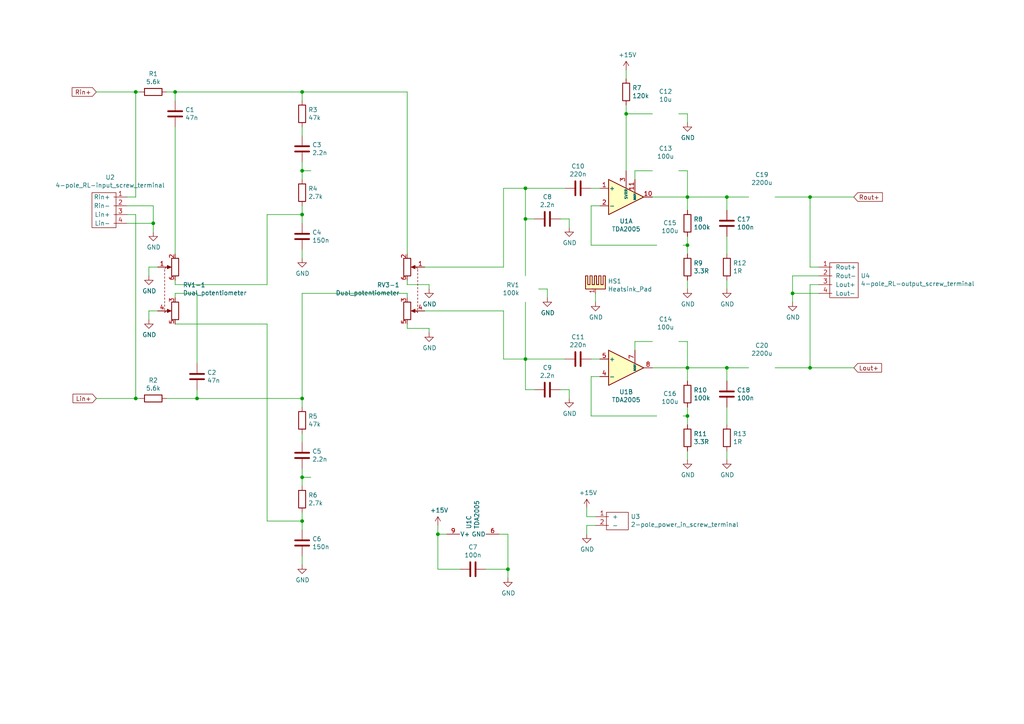
<source format=kicad_sch>
(kicad_sch (version 20211123) (generator eeschema)
  (paper "A4")
  (lib_symbols
    (symbol "Amplifier_Audio:TDA2005" (pin_names (offset 0.127))
      (property "Reference" "U" (at 7.62 6.35 0))
      (property "Value" "TDA2005" (at 7.62 3.81 0))
      (symbol "TDA2005_1_1"
        (polyline (pts (xy -5.08 5.08) (xy 5.08 0) (xy -5.08 -5.08) (xy -5.08 5.08)) (stroke (width 0.254)) (fill (type background)))
        (pin input line (at -7.62 2.54 0) (length 2.54) (name "+") (number "1"))
        (pin output line (at 7.62 0 180) (length 2.54) (name "~") (number "10"))
        (pin passive line (at 2.54 5.08 270) (length 3.81) (name "BOOT") (number "11"))
        (pin input line (at -7.62 -2.54 0) (length 2.54) (name "-") (number "2"))
        (pin passive line (at 0 7.62 270) (length 5.08) (name "SVRR") (number "3"))
      )
      (symbol "TDA2005_2_1"
        (polyline (pts (xy -5.08 5.08) (xy 5.08 0) (xy -5.08 -5.08) (xy -5.08 5.08)) (stroke (width 0.254)) (fill (type background)))
        (pin input line (at -7.62 -2.54 0) (length 2.54) (name "-") (number "4"))
        (pin input line (at -7.62 2.54 0) (length 2.54) (name "+") (number "5"))
        (pin passive line (at 2.54 5.08 270) (length 3.81) (name "BOOT") (number "7"))
        (pin output line (at 7.62 0 180) (length 2.54) (name "~") (number "8"))
      )
      (symbol "TDA2005_3_1"
        (pin power_in line (at -2.54 -7.62 90) (length 3.81) (name "GND") (number "6"))
        (pin power_in line (at -2.54 7.62 270) (length 3.81) (name "V+") (number "9"))
      )
    )
    (symbol "Device:C" (pin_numbers hide) (pin_names (offset 0.254))
      (property "Reference" "C" (at 0.635 2.54 0))
      (property "Value" "C" (at 0.635 -2.54 0))
      (symbol "C_0_1"
        (polyline (pts (xy -2.032 -0.762) (xy 2.032 -0.762)) (stroke (width 0.508)))
        (polyline (pts (xy -2.032 0.762) (xy 2.032 0.762)) (stroke (width 0.508)))
      )
      (symbol "C_1_1"
        (pin passive line (at 0 3.81 270) (length 2.794) (name "~") (number "1"))
        (pin passive line (at 0 -3.81 90) (length 2.794) (name "~") (number "2"))
      )
    )
    (symbol "Device:R" (pin_numbers hide) (pin_names (offset 0))
      (property "Reference" "R" (at 2.032 0 90))
      (property "Value" "R" (at 0 0 90))
      (symbol "R_0_1"
        (rectangle (start -1.016 -2.54) (end 1.016 2.54) (stroke (width 0.254)))
      )
      (symbol "R_1_1"
        (pin passive line (at 0 3.81 270) (length 1.27) (name "~") (number "1"))
        (pin passive line (at 0 -3.81 90) (length 1.27) (name "~") (number "2"))
      )
    )
    (symbol "Mechanical:Heatsink_Pad" (pin_names (offset 0))
      (property "Reference" "HS" (at 0 5.715 0))
      (property "Value" "Heatsink_Pad" (at 0 3.81 0))
      (symbol "Heatsink_Pad_0_1"
        (polyline (pts (xy -0.3302 0) (xy -0.9652 0) (xy -0.9652 2.54) (xy -1.6002 2.54) (xy -1.6002 0) (xy -2.2352 0) (xy -2.2352 2.54) (xy -2.8702 2.54) (xy -2.8702 -1.27) (xy -0.9652 -1.27)) (stroke (width 0.254)) (fill (type background)))
        (polyline (pts (xy -0.3302 0) (xy -0.3302 2.54) (xy 0.3048 2.54) (xy 0.3048 0) (xy 0.9398 0) (xy 0.9398 2.54) (xy 1.5748 2.54) (xy 1.5748 0) (xy 2.2098 0) (xy 2.2098 2.54) (xy 2.8448 2.54) (xy 2.8448 -1.27) (xy -0.9652 -1.27)) (stroke (width 0.254)) (fill (type background)))
      )
      (symbol "Heatsink_Pad_1_1"
        (pin passive line (at 0 -2.54 90) (length 1.27) (name "~") (number "1"))
      )
    )
    (symbol "My_Parts:2-pole_power_in_screw_terminal" (pin_names (offset 1.016))
      (property "Reference" "U" (at 4.445 3.175 0))
      (property "Value" "2-pole_power_in_screw_terminal" (at 6.35 -5.715 0))
      (symbol "2-pole_power_in_screw_terminal_0_1"
        (rectangle (start 3.175 1.27) (end 9.525 -3.81))
      )
      (symbol "2-pole_power_in_screw_terminal_1_1"
        (pin power_in line (at 0 0 0) (length 3.81) (name "+") (number "1"))
        (pin power_in line (at 0 -2.54 0) (length 3.81) (name "-") (number "2"))
      )
    )
    (symbol "My_Parts:4-pole_RL-input_screw_terminal" (pin_names (offset 1.016))
      (property "Reference" "U" (at 4.445 3.175 0))
      (property "Value" "4-pole_RL-input_screw_terminal" (at 6.35 -10.795 0))
      (symbol "4-pole_RL-input_screw_terminal_0_1"
        (rectangle (start 3.175 1.27) (end 10.16 -8.89))
      )
      (symbol "4-pole_RL-input_screw_terminal_1_1"
        (pin input line (at 0 0 0) (length 3.81) (name "Rin+") (number "1"))
        (pin input line (at 0 -2.54 0) (length 3.81) (name "Rin-") (number "2"))
        (pin input line (at 0 -5.08 0) (length 3.81) (name "Lin+") (number "3"))
        (pin input line (at 0 -7.62 0) (length 3.81) (name "Lin-") (number "4"))
      )
    )
    (symbol "My_Parts:4-pole_RL-output_screw_terminal" (pin_names (offset 1.016))
      (property "Reference" "U" (at 4.445 3.175 0))
      (property "Value" "4-pole_RL-output_screw_terminal" (at 6.35 -10.795 0))
      (symbol "4-pole_RL-output_screw_terminal_0_1"
        (rectangle (start 3.175 1.27) (end 11.43 -8.89))
      )
      (symbol "4-pole_RL-output_screw_terminal_1_1"
        (pin output line (at 0 0 0) (length 3.81) (name "Rout+") (number "1"))
        (pin output line (at 0 -2.54 0) (length 3.81) (name "Rout-") (number "2"))
        (pin output line (at 0 -5.08 0) (length 3.81) (name "Lout+") (number "3"))
        (pin output line (at 0 -7.62 0) (length 3.81) (name "Lout-") (number "4"))
      )
    )
    (symbol "My_Parts:Dual_potentiometer" (pin_names (offset 1.016) hide)
      (property "Reference" "RV" (at 0 3.81 0))
      (property "Value" "Dual_potentiometer" (at 0 1.905 0))
      (symbol "Dual_potentiometer_0_1"
        (rectangle (start -8.89 -1.524) (end -3.81 -3.556) (stroke (width 0.254)))
        (polyline (pts (xy -6.35 0) (xy -6.35 -1.016)))
        (polyline (pts (xy -6.35 0) (xy -6.35 -1.016)))
        (polyline (pts (xy -6.35 0) (xy -5.842 0.508)))
        (polyline (pts (xy -5.588 0.508) (xy -5.08 0.508)))
        (polyline (pts (xy -4.572 0.508) (xy -4.064 0.508)))
        (polyline (pts (xy -3.556 0.508) (xy -3.048 0.508)))
        (polyline (pts (xy -2.54 0.508) (xy -2.032 0.508)))
        (polyline (pts (xy -1.524 0.508) (xy -1.016 0.508)))
        (polyline (pts (xy -0.508 0.508) (xy 0 0.508)))
        (polyline (pts (xy 0.508 0.508) (xy 1.016 0.508)))
        (polyline (pts (xy 1.524 0.508) (xy 2.032 0.508)))
        (polyline (pts (xy 2.54 0.508) (xy 3.048 0.508)))
        (polyline (pts (xy 3.556 0.508) (xy 4.064 0.508)))
        (polyline (pts (xy 4.572 0.508) (xy 5.08 0.508)))
        (polyline (pts (xy 5.588 0.508) (xy 6.096 0.508)))
        (polyline (pts (xy 6.35 0) (xy 6.35 -1.016)))
        (polyline (pts (xy 6.35 0) (xy 6.35 -1.016)))
        (polyline (pts (xy 6.604 0.508) (xy 6.858 0.508) (xy 6.35 0)))
        (polyline (pts (xy -6.35 -1.397) (xy -6.858 -0.254) (xy -5.842 -0.254) (xy -6.35 -1.397)) (fill (type outline)))
        (polyline (pts (xy 6.35 -1.397) (xy 5.842 -0.254) (xy 6.858 -0.254) (xy 6.35 -1.397)) (fill (type outline)))
        (rectangle (start 3.81 -1.524) (end 8.89 -3.556) (stroke (width 0.254)))
      )
      (symbol "Dual_potentiometer_1_1"
        (pin passive line (at -6.35 2.54 270) (length 2.54) (name "2") (number "1"))
        (pin passive line (at -10.16 -2.54 0) (length 1.27) (name "1") (number "2"))
        (pin passive line (at 2.54 -2.54 0) (length 1.27) (name "4") (number "3"))
        (pin passive line (at 6.35 2.54 270) (length 2.54) (name "5") (number "4"))
        (pin passive line (at 10.16 -2.54 180) (length 1.27) (name "6") (number "5"))
        (pin passive line (at -2.54 -2.54 180) (length 1.27) (name "3") (number "6"))
      )
    )
    (symbol "power:+15V" (power) (pin_names (offset 0))
      (property "Value" "+15V" (at 0 3.556 0))
      (symbol "+15V_0_1"
        (polyline (pts (xy -0.762 1.27) (xy 0 2.54)))
        (polyline (pts (xy 0 0) (xy 0 2.54)))
        (polyline (pts (xy 0 2.54) (xy 0.762 1.27)))
      )
      (symbol "+15V_1_1"
        (pin power_in line (at 0 0 90) (length 0) hide (name "+15V") (number "1"))
      )
    )
    (symbol "power:GND" (power) (pin_names (offset 0))
      (property "Value" "GND" (at 0 -3.81 0))
      (symbol "GND_0_1"
        (polyline (pts (xy 0 0) (xy 0 -1.27) (xy 1.27 -1.27) (xy 0 -2.54) (xy -1.27 -1.27) (xy 0 -1.27)))
      )
      (symbol "GND_1_1"
        (pin power_in line (at 0 0 270) (length 0) hide (name "GND") (number "1"))
      )
    )
  )
  (junction (at 87.63 138.43))
  (junction (at 229.87 85.09))
  (junction (at 147.32 165.1))
  (junction (at 234.95 57.15))
  (junction (at 234.95 106.68))
  (junction (at 39.37 26.67))
  (junction (at 127 154.94))
  (junction (at 87.63 115.57))
  (junction (at 39.37 115.57))
  (junction (at 199.39 120.65))
  (junction (at 199.39 57.15))
  (junction (at 181.61 33.02))
  (junction (at 57.15 115.57))
  (junction (at 44.45 64.77))
  (junction (at 199.39 106.68))
  (junction (at 152.4 104.14))
  (junction (at 152.4 54.61))
  (junction (at 210.82 106.68))
  (junction (at 152.4 63.5))
  (junction (at 87.63 151.13))
  (junction (at 199.39 71.12))
  (junction (at 87.63 62.23))
  (junction (at 87.63 26.67))
  (junction (at 87.63 49.53))
  (junction (at 50.8 26.67))
  (junction (at 210.82 57.15))
  (wire (pts (xy 199.39 123.19) (xy 199.39 120.65)))
  (wire (pts (xy 87.63 49.53) (xy 90.17 49.53)))
  (wire (pts (xy 181.61 33.02) (xy 181.61 49.53)))
  (wire (pts (xy 199.39 99.06) (xy 199.39 106.68)))
  (wire (pts (xy 181.61 30.48) (xy 181.61 33.02)))
  (wire (pts (xy 44.45 59.69) (xy 36.83 59.69)))
  (wire (pts (xy 87.63 62.23) (xy 87.63 64.77)))
  (wire (pts (xy 129.54 154.94) (xy 127 154.94)))
  (wire (pts (xy 217.17 106.68) (xy 210.82 106.68)))
  (wire (pts (xy 173.99 54.61) (xy 171.45 54.61)))
  (wire (pts (xy 118.11 95.25) (xy 118.11 93.98)))
  (wire (pts (xy 196.85 99.06) (xy 199.39 99.06)))
  (wire (pts (xy 36.83 64.77) (xy 44.45 64.77)))
  (wire (pts (xy 210.82 81.28) (xy 210.82 83.82)))
  (wire (pts (xy 146.05 90.17) (xy 146.05 104.14)))
  (wire (pts (xy 190.5 120.65) (xy 171.45 120.65)))
  (wire (pts (xy 87.63 85.09) (xy 118.11 85.09)))
  (wire (pts (xy 199.39 57.15) (xy 189.23 57.15)))
  (wire (pts (xy 39.37 115.57) (xy 27.94 115.57)))
  (wire (pts (xy 165.1 113.03) (xy 162.56 113.03)))
  (wire (pts (xy 152.4 54.61) (xy 163.83 54.61)))
  (wire (pts (xy 199.39 120.65) (xy 198.12 120.65)))
  (wire (pts (xy 50.8 85.09) (xy 57.15 85.09)))
  (wire (pts (xy 229.87 85.09) (xy 229.87 80.01)))
  (wire (pts (xy 50.8 26.67) (xy 50.8 29.21)))
  (wire (pts (xy 237.49 85.09) (xy 229.87 85.09)))
  (wire (pts (xy 57.15 113.03) (xy 57.15 115.57)))
  (wire (pts (xy 147.32 167.64) (xy 147.32 165.1)))
  (wire (pts (xy 247.65 57.15) (xy 234.95 57.15)))
  (wire (pts (xy 50.8 81.28) (xy 50.8 82.55)))
  (wire (pts (xy 190.5 71.12) (xy 171.45 71.12)))
  (wire (pts (xy 163.83 104.14) (xy 152.4 104.14)))
  (wire (pts (xy 87.63 72.39) (xy 87.63 74.93)))
  (wire (pts (xy 127 154.94) (xy 127 152.4)))
  (wire (pts (xy 189.23 33.02) (xy 181.61 33.02)))
  (wire (pts (xy 154.94 113.03) (xy 152.4 113.03)))
  (wire (pts (xy 173.99 104.14) (xy 171.45 104.14)))
  (wire (pts (xy 234.95 57.15) (xy 224.79 57.15)))
  (wire (pts (xy 171.45 59.69) (xy 173.99 59.69)))
  (wire (pts (xy 199.39 68.58) (xy 199.39 71.12)))
  (wire (pts (xy 184.15 49.53) (xy 184.15 52.07)))
  (wire (pts (xy 127 165.1) (xy 133.35 165.1)))
  (wire (pts (xy 43.18 77.47) (xy 43.18 80.01)))
  (wire (pts (xy 87.63 36.83) (xy 87.63 39.37)))
  (wire (pts (xy 45.72 77.47) (xy 43.18 77.47)))
  (wire (pts (xy 87.63 151.13) (xy 87.63 153.67)))
  (wire (pts (xy 146.05 104.14) (xy 152.4 104.14)))
  (wire (pts (xy 39.37 26.67) (xy 27.94 26.67)))
  (wire (pts (xy 229.87 80.01) (xy 237.49 80.01)))
  (wire (pts (xy 50.8 73.66) (xy 50.8 36.83)))
  (wire (pts (xy 36.83 57.15) (xy 39.37 57.15)))
  (wire (pts (xy 146.05 77.47) (xy 146.05 54.61)))
  (wire (pts (xy 87.63 26.67) (xy 50.8 26.67)))
  (wire (pts (xy 199.39 130.81) (xy 199.39 133.35)))
  (wire (pts (xy 199.39 33.02) (xy 196.85 33.02)))
  (wire (pts (xy 50.8 86.36) (xy 50.8 85.09)))
  (wire (pts (xy 124.46 95.25) (xy 124.46 96.52)))
  (wire (pts (xy 147.32 154.94) (xy 147.32 165.1)))
  (wire (pts (xy 87.63 135.89) (xy 87.63 138.43)))
  (wire (pts (xy 87.63 46.99) (xy 87.63 49.53)))
  (wire (pts (xy 199.39 35.56) (xy 199.39 33.02)))
  (wire (pts (xy 147.32 165.1) (xy 140.97 165.1)))
  (wire (pts (xy 210.82 118.11) (xy 210.82 123.19)))
  (wire (pts (xy 50.8 82.55) (xy 77.47 82.55)))
  (wire (pts (xy 170.18 149.86) (xy 170.18 147.32)))
  (wire (pts (xy 229.87 87.63) (xy 229.87 85.09)))
  (wire (pts (xy 87.63 115.57) (xy 87.63 118.11)))
  (wire (pts (xy 237.49 82.55) (xy 234.95 82.55)))
  (wire (pts (xy 154.94 63.5) (xy 152.4 63.5)))
  (wire (pts (xy 171.45 71.12) (xy 171.45 59.69)))
  (wire (pts (xy 87.63 85.09) (xy 87.63 115.57)))
  (wire (pts (xy 165.1 63.5) (xy 162.56 63.5)))
  (wire (pts (xy 171.45 109.22) (xy 173.99 109.22)))
  (wire (pts (xy 124.46 95.25) (xy 118.11 95.25)))
  (wire (pts (xy 199.39 57.15) (xy 210.82 57.15)))
  (wire (pts (xy 189.23 49.53) (xy 184.15 49.53)))
  (wire (pts (xy 170.18 152.4) (xy 170.18 154.94)))
  (wire (pts (xy 189.23 99.06) (xy 184.15 99.06)))
  (wire (pts (xy 118.11 81.28) (xy 118.11 82.55)))
  (wire (pts (xy 123.19 90.17) (xy 146.05 90.17)))
  (wire (pts (xy 199.39 106.68) (xy 210.82 106.68)))
  (wire (pts (xy 234.95 106.68) (xy 247.65 106.68)))
  (wire (pts (xy 199.39 60.96) (xy 199.39 57.15)))
  (wire (pts (xy 234.95 77.47) (xy 234.95 57.15)))
  (wire (pts (xy 210.82 130.81) (xy 210.82 133.35)))
  (wire (pts (xy 199.39 81.28) (xy 199.39 83.82)))
  (wire (pts (xy 40.64 26.67) (xy 39.37 26.67)))
  (wire (pts (xy 57.15 85.09) (xy 57.15 105.41)))
  (wire (pts (xy 152.4 63.5) (xy 152.4 54.61)))
  (wire (pts (xy 118.11 73.66) (xy 118.11 26.67)))
  (wire (pts (xy 87.63 59.69) (xy 87.63 62.23)))
  (wire (pts (xy 87.63 161.29) (xy 87.63 163.83)))
  (wire (pts (xy 152.4 80.01) (xy 152.4 63.5)))
  (wire (pts (xy 118.11 86.36) (xy 118.11 85.09)))
  (wire (pts (xy 87.63 138.43) (xy 90.17 138.43)))
  (wire (pts (xy 234.95 82.55) (xy 234.95 106.68)))
  (wire (pts (xy 77.47 151.13) (xy 87.63 151.13)))
  (wire (pts (xy 146.05 54.61) (xy 152.4 54.61)))
  (wire (pts (xy 156.21 83.82) (xy 158.75 83.82)))
  (wire (pts (xy 87.63 148.59) (xy 87.63 151.13)))
  (wire (pts (xy 210.82 57.15) (xy 210.82 60.96)))
  (wire (pts (xy 237.49 77.47) (xy 234.95 77.47)))
  (wire (pts (xy 127 154.94) (xy 127 165.1)))
  (wire (pts (xy 144.78 154.94) (xy 147.32 154.94)))
  (wire (pts (xy 77.47 62.23) (xy 87.63 62.23)))
  (wire (pts (xy 39.37 62.23) (xy 39.37 115.57)))
  (wire (pts (xy 123.19 77.47) (xy 146.05 77.47)))
  (wire (pts (xy 172.72 149.86) (xy 170.18 149.86)))
  (wire (pts (xy 158.75 83.82) (xy 158.75 86.36)))
  (wire (pts (xy 44.45 64.77) (xy 44.45 59.69)))
  (wire (pts (xy 199.39 71.12) (xy 198.12 71.12)))
  (wire (pts (xy 87.63 26.67) (xy 87.63 29.21)))
  (wire (pts (xy 199.39 106.68) (xy 189.23 106.68)))
  (wire (pts (xy 40.64 115.57) (xy 39.37 115.57)))
  (wire (pts (xy 57.15 115.57) (xy 48.26 115.57)))
  (wire (pts (xy 199.39 118.11) (xy 199.39 120.65)))
  (wire (pts (xy 43.18 90.17) (xy 43.18 92.71)))
  (wire (pts (xy 199.39 49.53) (xy 199.39 57.15)))
  (wire (pts (xy 171.45 120.65) (xy 171.45 109.22)))
  (wire (pts (xy 87.63 125.73) (xy 87.63 128.27)))
  (wire (pts (xy 44.45 67.31) (xy 44.45 64.77)))
  (wire (pts (xy 224.79 106.68) (xy 234.95 106.68)))
  (wire (pts (xy 172.72 85.09) (xy 172.72 87.63)))
  (wire (pts (xy 196.85 49.53) (xy 199.39 49.53)))
  (wire (pts (xy 36.83 62.23) (xy 39.37 62.23)))
  (wire (pts (xy 217.17 57.15) (xy 210.82 57.15)))
  (wire (pts (xy 152.4 104.14) (xy 152.4 113.03)))
  (wire (pts (xy 165.1 66.04) (xy 165.1 63.5)))
  (wire (pts (xy 181.61 22.86) (xy 181.61 20.32)))
  (wire (pts (xy 77.47 93.98) (xy 77.47 151.13)))
  (wire (pts (xy 152.4 104.14) (xy 152.4 87.63)))
  (wire (pts (xy 57.15 115.57) (xy 87.63 115.57)))
  (wire (pts (xy 184.15 99.06) (xy 184.15 101.6)))
  (wire (pts (xy 87.63 138.43) (xy 87.63 140.97)))
  (wire (pts (xy 199.39 110.49) (xy 199.39 106.68)))
  (wire (pts (xy 77.47 82.55) (xy 77.47 62.23)))
  (wire (pts (xy 50.8 93.98) (xy 77.47 93.98)))
  (wire (pts (xy 124.46 82.55) (xy 124.46 83.82)))
  (wire (pts (xy 118.11 82.55) (xy 124.46 82.55)))
  (wire (pts (xy 210.82 68.58) (xy 210.82 73.66)))
  (wire (pts (xy 39.37 57.15) (xy 39.37 26.67)))
  (wire (pts (xy 199.39 73.66) (xy 199.39 71.12)))
  (wire (pts (xy 165.1 115.57) (xy 165.1 113.03)))
  (wire (pts (xy 87.63 49.53) (xy 87.63 52.07)))
  (wire (pts (xy 50.8 26.67) (xy 48.26 26.67)))
  (wire (pts (xy 210.82 106.68) (xy 210.82 110.49)))
  (wire (pts (xy 118.11 26.67) (xy 87.63 26.67)))
  (wire (pts (xy 172.72 152.4) (xy 170.18 152.4)))
  (wire (pts (xy 43.18 90.17) (xy 45.72 90.17)))
  (global_label "Rout+" (shape input) (at 247.65 57.15 0) (property "Intersheet References" "${INTERSHEET_REFS}" (effects hide)))
  (global_label "Lout+" (shape input) (at 247.65 106.68 0) (property "Intersheet References" "${INTERSHEET_REFS}" (effects hide)))
  (global_label "Rin+" (shape input) (at 27.94 26.67 180) (property "Intersheet References" "${INTERSHEET_REFS}" (effects hide)))
  (global_label "Lin+" (shape input) (at 27.94 115.57 180) (property "Intersheet References" "${INTERSHEET_REFS}" (effects hide)))
  (symbol (lib_id "Amplifier_Audio:TDA2005") (at 181.61 57.15 0) (unit 1)
    (property "Reference" "U1" (at 181.61 64.135 0))
    (property "Value" "TDA2005" (at 181.61 66.4464 0))
    (property "Footprint" "My_Misc:TO-220-11_P3.4x5.08mm_StaggerOdd_Lead4.85mm_Vertical_large" (effects hide))
    (property "Datasheet" "http://www.st.com/resource/en/datasheet/cd00000124.pdf" (effects hide))
  )
  (symbol (lib_id "Amplifier_Audio:TDA2005") (at 181.61 106.68 0) (unit 2)
    (property "Reference" "U1" (at 181.61 113.665 0))
    (property "Value" "TDA2005" (at 181.61 115.9764 0))
    (property "Footprint" "My_Misc:TO-220-11_P3.4x5.08mm_StaggerOdd_Lead4.85mm_Vertical_large" (effects hide))
    (property "Datasheet" "http://www.st.com/resource/en/datasheet/cd00000124.pdf" (effects hide))
  )
  (symbol (lib_id "Device:R") (at 181.61 26.67 0) (unit 1)
    (property "Reference" "R7" (at 183.388 25.5016 0) (effects (justify left)))
    (property "Value" "120k" (at 183.388 27.813 0) (effects (justify left)))
    (property "Footprint" "My_Misc:R_Axial_DIN0414_L11.9mm_D4.5mm_P15.24mm_Horizontal_larger" (effects hide))
  )
  (symbol (lib_id "power:+15V") (at 181.61 20.32 0) (unit 1)
    (property "Reference" "#PWR012" (effects hide))
    (property "Value" "+15V" (at 181.991 15.9258 0))
  )
  (symbol (lib_id "Device:CP") (at 193.04 33.02 90) (unit 1)
    (property "Reference" "C12" (at 193.04 26.543 90))
    (property "Value" "10u" (at 193.04 28.8544 90))
    (property "Footprint" "My_Misc:CP_Radial_D5.0mm_P2.00mm_larger" (effects hide))
  )
  (symbol (lib_id "power:GND") (at 199.39 35.56 0) (unit 1)
    (property "Reference" "#PWR013" (effects hide))
    (property "Value" "GND" (at 199.517 39.9542 0))
  )
  (symbol (lib_id "Device:CP") (at 193.04 49.53 90) (unit 1)
    (property "Reference" "C13" (at 193.04 43.053 90))
    (property "Value" "100u" (at 193.04 45.3644 90))
    (property "Footprint" "My_Misc:CP_Radial_D6.3mm_P2.50mm_large" (effects hide))
  )
  (symbol (lib_id "Device:R") (at 199.39 64.77 0) (unit 1)
    (property "Reference" "R8" (at 201.168 63.6016 0) (effects (justify left)))
    (property "Value" "100k" (at 201.168 65.913 0) (effects (justify left)))
    (property "Footprint" "My_Misc:R_Axial_DIN0414_L11.9mm_D4.5mm_P15.24mm_Horizontal_larger" (effects hide))
  )
  (symbol (lib_id "Device:CP") (at 194.31 71.12 90) (unit 1)
    (property "Reference" "C15" (at 194.31 64.643 90))
    (property "Value" "100u" (at 194.31 66.9544 90))
    (property "Footprint" "My_Misc:CP_Radial_D6.3mm_P2.50mm_large" (effects hide))
  )
  (symbol (lib_id "Device:C") (at 210.82 64.77 0) (unit 1)
    (property "Reference" "C17" (at 213.741 63.6016 0) (effects (justify left)))
    (property "Value" "100n" (at 213.741 65.913 0) (effects (justify left)))
    (property "Footprint" "My_Misc:C_Disc_D7.5mm_W2.5mm_P5.00mm_larger" (effects hide))
  )
  (symbol (lib_id "Device:R") (at 199.39 77.47 0) (unit 1)
    (property "Reference" "R9" (at 201.168 76.3016 0) (effects (justify left)))
    (property "Value" "3.3R" (at 201.168 78.613 0) (effects (justify left)))
    (property "Footprint" "My_Misc:R_Axial_DIN0414_L11.9mm_D4.5mm_P15.24mm_Horizontal_larger" (effects hide))
  )
  (symbol (lib_id "power:GND") (at 199.39 83.82 0) (unit 1)
    (property "Reference" "#PWR014" (effects hide))
    (property "Value" "GND" (at 199.517 88.2142 0))
  )
  (symbol (lib_id "Device:R") (at 210.82 77.47 0) (unit 1)
    (property "Reference" "R12" (at 212.598 76.3016 0) (effects (justify left)))
    (property "Value" "1R" (at 212.598 78.613 0) (effects (justify left)))
    (property "Footprint" "My_Misc:R_Axial_DIN0414_L11.9mm_D4.5mm_P15.24mm_Horizontal_larger" (effects hide))
  )
  (symbol (lib_id "power:GND") (at 210.82 83.82 0) (unit 1)
    (property "Reference" "#PWR016" (effects hide))
    (property "Value" "GND" (at 210.947 88.2142 0))
  )
  (symbol (lib_id "Device:CP") (at 220.98 57.15 90) (unit 1)
    (property "Reference" "C19" (at 220.98 50.673 90))
    (property "Value" "2200u" (at 220.98 52.9844 90))
    (property "Footprint" "My_Misc:CP_Radial_D13.0mm_P5.00mm_larger" (effects hide))
  )
  (symbol (lib_id "My_Parts:4-pole_RL-input_screw_terminal") (at 36.83 57.15 0) (mirror y) (unit 1)
    (property "Reference" "U2" (at 31.9532 51.435 0))
    (property "Value" "4-pole_RL-input_screw_terminal" (at 31.9532 53.7464 0))
    (property "Footprint" "My_Parts:4-pole_screw_terminal_RL_input" (effects hide))
  )
  (symbol (lib_id "My_Parts:4-pole_RL-output_screw_terminal") (at 237.49 77.47 0) (unit 1)
    (property "Reference" "U4" (at 249.6312 79.9846 0) (effects (justify left)))
    (property "Value" "4-pole_RL-output_screw_terminal" (at 249.6312 82.296 0) (effects (justify left)))
    (property "Footprint" "My_Parts:4-pole_screw_terminal_RL_output" (effects hide))
  )
  (symbol (lib_id "My_Parts:2-pole_power_in_screw_terminal") (at 172.72 149.86 0) (unit 1)
    (property "Reference" "U3" (at 182.9308 149.8346 0) (effects (justify left)))
    (property "Value" "2-pole_power_in_screw_terminal" (at 182.9308 152.146 0) (effects (justify left)))
    (property "Footprint" "My_Parts:2-pole_power_in_screw_terminal" (effects hide))
  )
  (symbol (lib_id "Device:CP") (at 193.04 99.06 90) (unit 1)
    (property "Reference" "C14" (at 193.04 92.583 90))
    (property "Value" "100u" (at 193.04 94.8944 90))
    (property "Footprint" "My_Misc:CP_Radial_D6.3mm_P2.50mm_large" (effects hide))
  )
  (symbol (lib_id "Device:R") (at 199.39 114.3 0) (unit 1)
    (property "Reference" "R10" (at 201.168 113.1316 0) (effects (justify left)))
    (property "Value" "100k" (at 201.168 115.443 0) (effects (justify left)))
    (property "Footprint" "My_Misc:R_Axial_DIN0414_L11.9mm_D4.5mm_P15.24mm_Horizontal_larger" (effects hide))
  )
  (symbol (lib_id "Device:CP") (at 194.31 120.65 90) (unit 1)
    (property "Reference" "C16" (at 194.31 114.173 90))
    (property "Value" "100u" (at 194.31 116.4844 90))
    (property "Footprint" "My_Misc:CP_Radial_D6.3mm_P2.50mm_large" (effects hide))
  )
  (symbol (lib_id "Device:C") (at 210.82 114.3 0) (unit 1)
    (property "Reference" "C18" (at 213.741 113.1316 0) (effects (justify left)))
    (property "Value" "100n" (at 213.741 115.443 0) (effects (justify left)))
    (property "Footprint" "My_Misc:C_Disc_D7.5mm_W2.5mm_P5.00mm_larger" (effects hide))
  )
  (symbol (lib_id "Device:R") (at 199.39 127 0) (unit 1)
    (property "Reference" "R11" (at 201.168 125.8316 0) (effects (justify left)))
    (property "Value" "3.3R" (at 201.168 128.143 0) (effects (justify left)))
    (property "Footprint" "My_Misc:R_Axial_DIN0414_L11.9mm_D4.5mm_P15.24mm_Horizontal_larger" (effects hide))
  )
  (symbol (lib_id "power:GND") (at 199.39 133.35 0) (unit 1)
    (property "Reference" "#PWR015" (effects hide))
    (property "Value" "GND" (at 199.517 137.7442 0))
  )
  (symbol (lib_id "Device:R") (at 210.82 127 0) (unit 1)
    (property "Reference" "R13" (at 212.598 125.8316 0) (effects (justify left)))
    (property "Value" "1R" (at 212.598 128.143 0) (effects (justify left)))
    (property "Footprint" "My_Misc:R_Axial_DIN0414_L11.9mm_D4.5mm_P15.24mm_Horizontal_larger" (effects hide))
  )
  (symbol (lib_id "power:GND") (at 210.82 133.35 0) (unit 1)
    (property "Reference" "#PWR017" (effects hide))
    (property "Value" "GND" (at 210.947 137.7442 0))
  )
  (symbol (lib_id "Device:CP") (at 220.98 106.68 90) (unit 1)
    (property "Reference" "C20" (at 220.98 100.203 90))
    (property "Value" "2200u" (at 220.98 102.5144 90))
    (property "Footprint" "My_Misc:CP_Radial_D13.0mm_P5.00mm_larger" (effects hide))
  )
  (symbol (lib_id "power:+15V") (at 170.18 147.32 0) (unit 1)
    (property "Reference" "#PWR019" (effects hide))
    (property "Value" "+15V" (at 170.561 142.9258 0))
  )
  (symbol (lib_id "power:GND") (at 170.18 154.94 0) (unit 1)
    (property "Reference" "#PWR020" (effects hide))
    (property "Value" "GND" (at 170.307 159.3342 0))
  )
  (symbol (lib_id "Amplifier_Audio:TDA2005") (at 137.16 152.4 90) (unit 3)
    (property "Reference" "U1" (at 135.9916 153.4668 0) (effects (justify left)))
    (property "Value" "TDA2005" (at 138.303 153.4668 0) (effects (justify left)))
    (property "Footprint" "My_Misc:TO-220-11_P3.4x5.08mm_StaggerOdd_Lead4.85mm_Vertical_large" (effects hide))
    (property "Datasheet" "http://www.st.com/resource/en/datasheet/cd00000124.pdf" (effects hide))
  )
  (symbol (lib_id "Device:C") (at 137.16 165.1 270) (unit 1)
    (property "Reference" "C7" (at 137.16 158.6992 90))
    (property "Value" "100n" (at 137.16 161.0106 90))
    (property "Footprint" "My_Misc:C_Disc_D7.5mm_W2.5mm_P5.00mm_larger" (effects hide))
  )
  (symbol (lib_id "power:+15V") (at 127 152.4 0) (unit 1)
    (property "Reference" "#PWR07" (effects hide))
    (property "Value" "+15V" (at 127.381 148.0058 0))
  )
  (symbol (lib_id "power:GND") (at 147.32 167.64 0) (unit 1)
    (property "Reference" "#PWR08" (effects hide))
    (property "Value" "GND" (at 147.447 172.0342 0))
  )
  (symbol (lib_id "Device:C") (at 167.64 54.61 270) (unit 1)
    (property "Reference" "C10" (at 167.64 48.2092 90))
    (property "Value" "220n" (at 167.64 50.5206 90))
    (property "Footprint" "My_Misc:C_Disc_D7.5mm_W2.5mm_P5.00mm_larger" (effects hide))
  )
  (symbol (lib_id "Device:C") (at 167.64 104.14 270) (unit 1)
    (property "Reference" "C11" (at 167.64 97.7392 90))
    (property "Value" "220n" (at 167.64 100.0506 90))
    (property "Footprint" "My_Misc:C_Disc_D7.5mm_W2.5mm_P5.00mm_larger" (effects hide))
  )
  (symbol (lib_id "Device:R_POT") (at 152.4 83.82 0) (unit 1)
    (property "Reference" "RV1" (at 150.6474 82.6516 0) (effects (justify right)))
    (property "Value" "100k" (at 150.6474 84.963 0) (effects (justify right)))
    (property "Footprint" "My_Misc:Potentiometer_Piher_PC-16_Single_Horizontal_larger" (effects hide))
  )
  (symbol (lib_id "power:GND") (at 158.75 86.36 0) (unit 1)
    (property "Reference" "#PWR09" (effects hide))
    (property "Value" "GND" (at 158.877 90.7542 0))
  )
  (symbol (lib_id "Device:C") (at 158.75 63.5 270) (unit 1)
    (property "Reference" "C8" (at 158.75 57.0992 90))
    (property "Value" "2.2n" (at 158.75 59.4106 90))
    (property "Footprint" "My_Misc:C_Disc_D7.5mm_W2.5mm_P5.00mm_larger" (effects hide))
  )
  (symbol (lib_id "power:GND") (at 165.1 66.04 0) (unit 1)
    (property "Reference" "#PWR010" (effects hide))
    (property "Value" "GND" (at 165.227 70.4342 0))
  )
  (symbol (lib_id "Device:C") (at 158.75 113.03 270) (unit 1)
    (property "Reference" "C9" (at 158.75 106.6292 90))
    (property "Value" "2.2n" (at 158.75 108.9406 90))
    (property "Footprint" "My_Misc:C_Disc_D7.5mm_W2.5mm_P5.00mm_larger" (effects hide))
  )
  (symbol (lib_id "power:GND") (at 165.1 115.57 0) (unit 1)
    (property "Reference" "#PWR011" (effects hide))
    (property "Value" "GND" (at 165.227 119.9642 0))
  )
  (symbol (lib_id "My_Parts:Dual_potentiometer") (at 120.65 83.82 270) (unit 1)
    (property "Reference" "RV3-1" (at 115.9002 82.6516 90) (effects (justify right)))
    (property "Value" "Dual_potentiometer" (at 115.9002 84.963 90) (effects (justify right)))
    (property "Footprint" "My_Misc:Potentiometer_Piher_PC-16_Dual_Horizontal_larger" (effects hide))
  )
  (symbol (lib_id "power:GND") (at 44.45 67.31 0) (unit 1)
    (property "Reference" "#PWR018" (effects hide))
    (property "Value" "GND" (at 44.577 71.7042 0))
  )
  (symbol (lib_id "power:GND") (at 124.46 96.52 0) (unit 1)
    (property "Reference" "#PWR06" (effects hide))
    (property "Value" "GND" (at 124.587 100.9142 0))
  )
  (symbol (lib_id "power:GND") (at 124.46 83.82 0) (unit 1)
    (property "Reference" "#PWR05" (effects hide))
    (property "Value" "GND" (at 124.587 88.2142 0))
  )
  (symbol (lib_id "Device:R") (at 87.63 33.02 0) (unit 1)
    (property "Reference" "R3" (at 89.408 31.8516 0) (effects (justify left)))
    (property "Value" "47k" (at 89.408 34.163 0) (effects (justify left)))
    (property "Footprint" "My_Misc:R_Axial_DIN0414_L11.9mm_D4.5mm_P15.24mm_Horizontal_larger" (effects hide))
  )
  (symbol (lib_id "Device:C") (at 87.63 43.18 0) (unit 1)
    (property "Reference" "C3" (at 90.551 42.0116 0) (effects (justify left)))
    (property "Value" "2.2n" (at 90.551 44.323 0) (effects (justify left)))
    (property "Footprint" "My_Misc:C_Disc_D7.5mm_W2.5mm_P5.00mm_larger" (effects hide))
  )
  (symbol (lib_id "Device:R") (at 87.63 55.88 0) (unit 1)
    (property "Reference" "R4" (at 89.408 54.7116 0) (effects (justify left)))
    (property "Value" "2.7k" (at 89.408 57.023 0) (effects (justify left)))
    (property "Footprint" "My_Misc:R_Axial_DIN0414_L11.9mm_D4.5mm_P15.24mm_Horizontal_larger" (effects hide))
  )
  (symbol (lib_id "Device:C") (at 87.63 68.58 0) (unit 1)
    (property "Reference" "C4" (at 90.551 67.4116 0) (effects (justify left)))
    (property "Value" "150n" (at 90.551 69.723 0) (effects (justify left)))
    (property "Footprint" "My_Misc:C_Disc_D7.5mm_W2.5mm_P5.00mm_larger" (effects hide))
  )
  (symbol (lib_id "power:GND") (at 229.87 87.63 0) (unit 1)
    (property "Reference" "#PWR021" (effects hide))
    (property "Value" "GND" (at 229.997 92.0242 0))
  )
  (symbol (lib_id "power:GND") (at 87.63 74.93 0) (unit 1)
    (property "Reference" "#PWR03" (effects hide))
    (property "Value" "GND" (at 87.757 79.3242 0))
  )
  (symbol (lib_id "Device:C") (at 50.8 33.02 0) (unit 1)
    (property "Reference" "C1" (at 53.721 31.8516 0) (effects (justify left)))
    (property "Value" "47n" (at 53.721 34.163 0) (effects (justify left)))
    (property "Footprint" "My_Misc:C_Disc_D7.5mm_W2.5mm_P5.00mm_larger" (effects hide))
  )
  (symbol (lib_id "Device:R") (at 44.45 26.67 270) (unit 1)
    (property "Reference" "R1" (at 44.45 21.4122 90))
    (property "Value" "5.6k" (at 44.45 23.7236 90))
    (property "Footprint" "My_Misc:R_Axial_DIN0414_L11.9mm_D4.5mm_P15.24mm_Horizontal_larger" (effects hide))
  )
  (symbol (lib_id "Device:R") (at 87.63 121.92 0) (unit 1)
    (property "Reference" "R5" (at 89.408 120.7516 0) (effects (justify left)))
    (property "Value" "47k" (at 89.408 123.063 0) (effects (justify left)))
    (property "Footprint" "My_Misc:R_Axial_DIN0414_L11.9mm_D4.5mm_P15.24mm_Horizontal_larger" (effects hide))
  )
  (symbol (lib_id "Device:C") (at 87.63 132.08 0) (unit 1)
    (property "Reference" "C5" (at 90.551 130.9116 0) (effects (justify left)))
    (property "Value" "2.2n" (at 90.551 133.223 0) (effects (justify left)))
    (property "Footprint" "My_Misc:C_Disc_D7.5mm_W2.5mm_P5.00mm_larger" (effects hide))
  )
  (symbol (lib_id "Device:R") (at 87.63 144.78 0) (unit 1)
    (property "Reference" "R6" (at 89.408 143.6116 0) (effects (justify left)))
    (property "Value" "2.7k" (at 89.408 145.923 0) (effects (justify left)))
    (property "Footprint" "My_Misc:R_Axial_DIN0414_L11.9mm_D4.5mm_P15.24mm_Horizontal_larger" (effects hide))
  )
  (symbol (lib_id "Device:C") (at 87.63 157.48 0) (unit 1)
    (property "Reference" "C6" (at 90.551 156.3116 0) (effects (justify left)))
    (property "Value" "150n" (at 90.551 158.623 0) (effects (justify left)))
    (property "Footprint" "My_Misc:C_Disc_D7.5mm_W2.5mm_P5.00mm_larger" (effects hide))
  )
  (symbol (lib_id "power:GND") (at 87.63 163.83 0) (unit 1)
    (property "Reference" "#PWR04" (effects hide))
    (property "Value" "GND" (at 87.757 168.2242 0))
  )
  (symbol (lib_id "Device:C") (at 57.15 109.22 0) (unit 1)
    (property "Reference" "C2" (at 60.071 108.0516 0) (effects (justify left)))
    (property "Value" "47n" (at 60.071 110.363 0) (effects (justify left)))
    (property "Footprint" "My_Misc:C_Disc_D7.5mm_W2.5mm_P5.00mm_larger" (effects hide))
  )
  (symbol (lib_id "Device:R") (at 44.45 115.57 270) (unit 1)
    (property "Reference" "R2" (at 44.45 110.3122 90))
    (property "Value" "5.6k" (at 44.45 112.6236 90))
    (property "Footprint" "My_Misc:R_Axial_DIN0414_L11.9mm_D4.5mm_P15.24mm_Horizontal_larger" (effects hide))
  )
  (symbol (lib_id "My_Parts:Dual_potentiometer") (at 48.26 83.82 90) (mirror x) (unit 1)
    (property "Reference" "RV1-1" (at 53.0352 82.6516 90) (effects (justify right)))
    (property "Value" "Dual_potentiometer" (at 53.0352 84.963 90) (effects (justify right)))
    (property "Footprint" "My_Misc:Potentiometer_Piher_PC-16_Dual_Horizontal_larger" (effects hide))
  )
  (symbol (lib_id "power:GND") (at 43.18 80.01 0) (unit 1)
    (property "Reference" "#PWR01" (effects hide))
    (property "Value" "GND" (at 43.307 84.4042 0))
  )
  (symbol (lib_id "power:GND") (at 43.18 92.71 0) (unit 1)
    (property "Reference" "#PWR02" (effects hide))
    (property "Value" "GND" (at 43.307 97.1042 0))
  )
  (symbol (lib_id "Mechanical:Heatsink_Pad") (at 172.72 82.55 0) (unit 1)
    (property "Reference" "HS1" (at 176.3014 81.5594 0) (effects (justify left)))
    (property "Value" "Heatsink_Pad" (at 176.3014 83.8708 0) (effects (justify left)))
    (property "Footprint" "My_Heatsinks:EK-41002859" (effects hide))
  )
  (symbol (lib_id "power:GND") (at 172.72 87.63 0) (unit 1)
    (property "Reference" "#PWR0101" (effects hide))
    (property "Value" "GND" (at 172.847 92.0242 0))
  )
)
</source>
